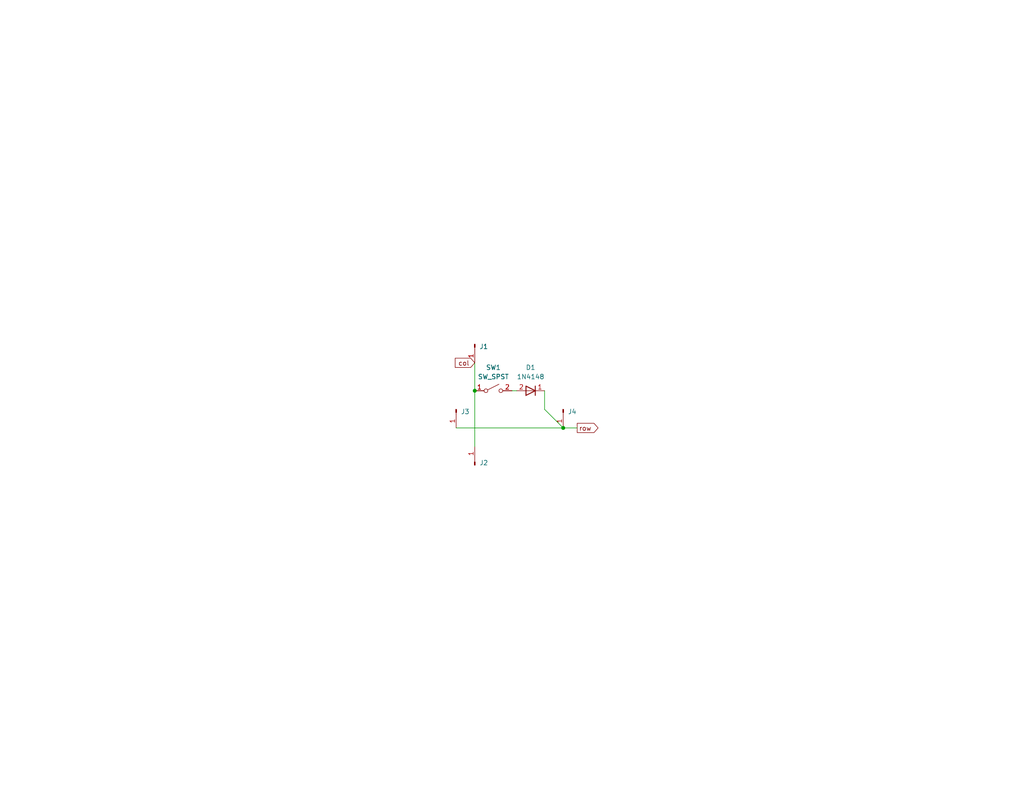
<source format=kicad_sch>
(kicad_sch (version 20230121) (generator eeschema)
  (paper "USLetter")
  (lib_symbols
    (symbol "Connector:Conn_01x01_Pin" (pin_names (offset 1.016) hide)
      (property "Reference" "J" (at 0 2.54 0))
      (property "Value" "Conn_01x01_Pin" (at 0 -2.54 0))
      (symbol "Conn_01x01_Pin_1_1"
        (polyline (pts (xy 1.27 0) (xy 0.8636 0)) (stroke (width 0.1524)))
        (rectangle (start 0.8636 0.127) (end 0 -0.127) (stroke (width 0.1524)) (fill (type outline)))
        (pin passive line (at 5.08 0 180) (length 3.81) (name "Pin_1") (number "1"))
      )
    )
    (symbol "Diode:1N4148" (pin_names hide)
      (property "Reference" "D" (at 0 2.54 0))
      (property "Value" "1N4148" (at 0 -2.54 0))
      (symbol "1N4148_0_1"
        (polyline (pts (xy -1.27 1.27) (xy -1.27 -1.27)) (stroke (width 0.254)))
        (polyline (pts (xy 1.27 0) (xy -1.27 0)))
        (polyline (pts (xy 1.27 1.27) (xy 1.27 -1.27) (xy -1.27 0) (xy 1.27 1.27)) (stroke (width 0.254)))
      )
      (symbol "1N4148_1_1"
        (pin passive line (at -3.81 0 0) (length 2.54) (name "K") (number "1"))
        (pin passive line (at 3.81 0 180) (length 2.54) (name "A") (number "2"))
      )
    )
    (symbol "Switch:SW_SPST" (pin_names (offset 0) hide)
      (property "Reference" "SW" (at 0 3.175 0))
      (property "Value" "SW_SPST" (at 0 -2.54 0))
      (symbol "SW_SPST_0_0"
        (circle (center -2.032 0) (radius 0.508))
        (polyline (pts (xy -1.524 0.254) (xy 1.524 1.778)))
        (circle (center 2.032 0) (radius 0.508))
      )
      (symbol "SW_SPST_1_1"
        (pin passive line (at -5.08 0 0) (length 2.54) (name "A") (number "1"))
        (pin passive line (at 5.08 0 180) (length 2.54) (name "B") (number "2"))
      )
    )
  )
  (junction (at 129.54 106.68))
  (junction (at 153.67 116.84))
  (wire (pts (xy 129.54 99.06) (xy 129.54 106.68)))
  (wire (pts (xy 148.59 111.76) (xy 153.67 116.84)))
  (wire (pts (xy 148.59 106.68) (xy 148.59 111.76)))
  (wire (pts (xy 124.46 116.84) (xy 153.67 116.84)))
  (wire (pts (xy 129.54 106.68) (xy 129.54 121.92)))
  (wire (pts (xy 139.7 106.68) (xy 140.97 106.68)))
  (wire (pts (xy 153.67 116.84) (xy 157.48 116.84)))
  (global_label "col" (shape input) (at 129.54 99.06 180) (property "Intersheetrefs" "${INTERSHEET_REFS}" (effects hide)))
  (global_label "row" (shape output) (at 157.48 116.84 0) (property "Intersheetrefs" "${INTERSHEET_REFS}" (effects hide)))
  (symbol (lib_id "Connector:Conn_01x01_Pin") (at 124.46 111.76 270) (unit 1)
    (property "Reference" "J3" (at 125.73 112.395 90) (effects (justify left)))
    (property "Value" "Conn_01x01_Pin" (effects hide))
    (property "Footprint" "Amoeba_Choc_Nar:Pin_D0.8mm_L7.0mm" (effects hide))
  )
  (symbol (lib_id "Connector:Conn_01x01_Pin") (at 129.54 93.98 270) (unit 1)
    (property "Reference" "J1" (at 130.81 94.615 90) (effects (justify left)))
    (property "Value" "Conn_01x01_Pin" (effects hide))
    (property "Footprint" "Amoeba_Choc_Nar:Pin_D0.8mm_L7.0mm" (effects hide))
  )
  (symbol (lib_id "Switch:SW_SPST") (at 134.62 106.68 0) (unit 1)
    (property "Reference" "SW1" (at 134.62 100.33 0))
    (property "Value" "SW_SPST" (at 134.62 102.87 0))
    (property "Footprint" "Amoeba_Choc_Nar:pg1350-hotswap" (effects hide))
  )
  (symbol (lib_id "Diode:1N4148") (at 144.78 106.68 180) (unit 1)
    (property "Reference" "D1" (at 144.78 100.33 0))
    (property "Value" "1N4148" (at 144.78 102.87 0))
    (property "Footprint" "Diode_SMD:D_SOD-123" (effects hide))
    (property "Datasheet" "https://assets.nexperia.com/documents/data-sheet/1N4148_1N4448.pdf" (effects hide))
    (property "Sim.Device" "D" (effects hide))
    (property "Sim.Pins" "1=K 2=A" (effects hide))
  )
  (symbol (lib_id "Connector:Conn_01x01_Pin") (at 153.67 111.76 270) (unit 1)
    (property "Reference" "J4" (at 154.94 112.395 90) (effects (justify left)))
    (property "Value" "Conn_01x01_Pin" (effects hide))
    (property "Footprint" "Amoeba_Choc_Nar:Pin_D0.8mm_L7.0mm" (effects hide))
  )
  (symbol (lib_id "Connector:Conn_01x01_Pin") (at 129.54 127 90) (unit 1)
    (property "Reference" "J2" (at 130.81 126.365 90) (effects (justify right)))
    (property "Value" "Conn_01x01_Pin" (effects hide))
    (property "Footprint" "Amoeba_Choc_Nar:Pin_D0.8mm_L7.0mm" (effects hide))
  )
)
</source>
